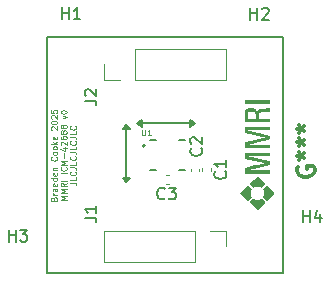
<source format=gbr>
%TF.GenerationSoftware,KiCad,Pcbnew,7.0.10*%
%TF.CreationDate,2025-02-05T15:49:07-05:00*%
%TF.ProjectId,pcb2,70636232-2e6b-4696-9361-645f70636258,rev?*%
%TF.SameCoordinates,Original*%
%TF.FileFunction,Legend,Top*%
%TF.FilePolarity,Positive*%
%FSLAX46Y46*%
G04 Gerber Fmt 4.6, Leading zero omitted, Abs format (unit mm)*
G04 Created by KiCad (PCBNEW 7.0.10) date 2025-02-05 15:49:07*
%MOMM*%
%LPD*%
G01*
G04 APERTURE LIST*
%ADD10C,0.150000*%
%ADD11C,0.125000*%
%ADD12C,0.300000*%
%ADD13C,0.120000*%
%ADD14C,0.127000*%
%ADD15C,0.200000*%
G04 APERTURE END LIST*
D10*
X157850000Y-101350000D02*
X157650000Y-100900000D01*
X156850000Y-105650000D02*
X156550000Y-106050000D01*
X156550000Y-101150000D02*
X156250000Y-101550000D01*
X161950000Y-100750000D02*
X162350000Y-101050000D01*
X162350000Y-101050000D02*
X161950000Y-100750000D01*
X156250000Y-101550000D02*
X156700000Y-101350000D01*
X156850000Y-101550000D02*
X156250000Y-101550000D01*
X156550000Y-103950000D02*
X156550000Y-101150000D01*
X156550000Y-103250000D02*
X156550000Y-106050000D01*
X160250000Y-101050000D02*
X157450000Y-101050000D01*
X149800000Y-93750000D02*
X169825000Y-93750000D01*
X169825000Y-113750000D01*
X149800000Y-113750000D01*
X149800000Y-93750000D01*
X156550000Y-106050000D02*
X156850000Y-105650000D01*
X161950000Y-101350000D02*
X161950000Y-100750000D01*
X157650000Y-101200000D02*
X157850000Y-100750000D01*
X159550000Y-101050000D02*
X162350000Y-101050000D01*
X161950000Y-100750000D02*
X162150000Y-101200000D01*
X162350000Y-101050000D02*
X161950000Y-101350000D01*
X156850000Y-105650000D02*
X156400000Y-105850000D01*
X157450000Y-101050000D02*
X157850000Y-101350000D01*
X156550000Y-106050000D02*
X156250000Y-105650000D01*
X156550000Y-101150000D02*
X156850000Y-101550000D01*
X157850000Y-100750000D02*
X157850000Y-101350000D01*
X156250000Y-105650000D02*
X156850000Y-105650000D01*
X156400000Y-101350000D02*
X156850000Y-101550000D01*
X156700000Y-105850000D02*
X156250000Y-105650000D01*
X156250000Y-101550000D02*
X156550000Y-101150000D01*
X162150000Y-100900000D02*
X161950000Y-101350000D01*
X157450000Y-101050000D02*
X157850000Y-100750000D01*
X157850000Y-101350000D02*
X157450000Y-101050000D01*
D11*
X150410404Y-107423569D02*
X150434214Y-107352141D01*
X150434214Y-107352141D02*
X150458023Y-107328331D01*
X150458023Y-107328331D02*
X150505642Y-107304522D01*
X150505642Y-107304522D02*
X150577071Y-107304522D01*
X150577071Y-107304522D02*
X150624690Y-107328331D01*
X150624690Y-107328331D02*
X150648500Y-107352141D01*
X150648500Y-107352141D02*
X150672309Y-107399760D01*
X150672309Y-107399760D02*
X150672309Y-107590236D01*
X150672309Y-107590236D02*
X150172309Y-107590236D01*
X150172309Y-107590236D02*
X150172309Y-107423569D01*
X150172309Y-107423569D02*
X150196119Y-107375950D01*
X150196119Y-107375950D02*
X150219928Y-107352141D01*
X150219928Y-107352141D02*
X150267547Y-107328331D01*
X150267547Y-107328331D02*
X150315166Y-107328331D01*
X150315166Y-107328331D02*
X150362785Y-107352141D01*
X150362785Y-107352141D02*
X150386595Y-107375950D01*
X150386595Y-107375950D02*
X150410404Y-107423569D01*
X150410404Y-107423569D02*
X150410404Y-107590236D01*
X150672309Y-107090236D02*
X150338976Y-107090236D01*
X150434214Y-107090236D02*
X150386595Y-107066426D01*
X150386595Y-107066426D02*
X150362785Y-107042617D01*
X150362785Y-107042617D02*
X150338976Y-106994998D01*
X150338976Y-106994998D02*
X150338976Y-106947379D01*
X150672309Y-106566426D02*
X150410404Y-106566426D01*
X150410404Y-106566426D02*
X150362785Y-106590236D01*
X150362785Y-106590236D02*
X150338976Y-106637855D01*
X150338976Y-106637855D02*
X150338976Y-106733093D01*
X150338976Y-106733093D02*
X150362785Y-106780712D01*
X150648500Y-106566426D02*
X150672309Y-106614045D01*
X150672309Y-106614045D02*
X150672309Y-106733093D01*
X150672309Y-106733093D02*
X150648500Y-106780712D01*
X150648500Y-106780712D02*
X150600880Y-106804521D01*
X150600880Y-106804521D02*
X150553261Y-106804521D01*
X150553261Y-106804521D02*
X150505642Y-106780712D01*
X150505642Y-106780712D02*
X150481833Y-106733093D01*
X150481833Y-106733093D02*
X150481833Y-106614045D01*
X150481833Y-106614045D02*
X150458023Y-106566426D01*
X150648500Y-106137855D02*
X150672309Y-106185474D01*
X150672309Y-106185474D02*
X150672309Y-106280712D01*
X150672309Y-106280712D02*
X150648500Y-106328331D01*
X150648500Y-106328331D02*
X150600880Y-106352140D01*
X150600880Y-106352140D02*
X150410404Y-106352140D01*
X150410404Y-106352140D02*
X150362785Y-106328331D01*
X150362785Y-106328331D02*
X150338976Y-106280712D01*
X150338976Y-106280712D02*
X150338976Y-106185474D01*
X150338976Y-106185474D02*
X150362785Y-106137855D01*
X150362785Y-106137855D02*
X150410404Y-106114045D01*
X150410404Y-106114045D02*
X150458023Y-106114045D01*
X150458023Y-106114045D02*
X150505642Y-106352140D01*
X150672309Y-105685474D02*
X150172309Y-105685474D01*
X150648500Y-105685474D02*
X150672309Y-105733093D01*
X150672309Y-105733093D02*
X150672309Y-105828331D01*
X150672309Y-105828331D02*
X150648500Y-105875950D01*
X150648500Y-105875950D02*
X150624690Y-105899760D01*
X150624690Y-105899760D02*
X150577071Y-105923569D01*
X150577071Y-105923569D02*
X150434214Y-105923569D01*
X150434214Y-105923569D02*
X150386595Y-105899760D01*
X150386595Y-105899760D02*
X150362785Y-105875950D01*
X150362785Y-105875950D02*
X150338976Y-105828331D01*
X150338976Y-105828331D02*
X150338976Y-105733093D01*
X150338976Y-105733093D02*
X150362785Y-105685474D01*
X150648500Y-105256903D02*
X150672309Y-105304522D01*
X150672309Y-105304522D02*
X150672309Y-105399760D01*
X150672309Y-105399760D02*
X150648500Y-105447379D01*
X150648500Y-105447379D02*
X150600880Y-105471188D01*
X150600880Y-105471188D02*
X150410404Y-105471188D01*
X150410404Y-105471188D02*
X150362785Y-105447379D01*
X150362785Y-105447379D02*
X150338976Y-105399760D01*
X150338976Y-105399760D02*
X150338976Y-105304522D01*
X150338976Y-105304522D02*
X150362785Y-105256903D01*
X150362785Y-105256903D02*
X150410404Y-105233093D01*
X150410404Y-105233093D02*
X150458023Y-105233093D01*
X150458023Y-105233093D02*
X150505642Y-105471188D01*
X150338976Y-105018808D02*
X150672309Y-105018808D01*
X150386595Y-105018808D02*
X150362785Y-104994998D01*
X150362785Y-104994998D02*
X150338976Y-104947379D01*
X150338976Y-104947379D02*
X150338976Y-104875951D01*
X150338976Y-104875951D02*
X150362785Y-104828332D01*
X150362785Y-104828332D02*
X150410404Y-104804522D01*
X150410404Y-104804522D02*
X150672309Y-104804522D01*
X150624690Y-103899761D02*
X150648500Y-103923570D01*
X150648500Y-103923570D02*
X150672309Y-103994999D01*
X150672309Y-103994999D02*
X150672309Y-104042618D01*
X150672309Y-104042618D02*
X150648500Y-104114046D01*
X150648500Y-104114046D02*
X150600880Y-104161665D01*
X150600880Y-104161665D02*
X150553261Y-104185475D01*
X150553261Y-104185475D02*
X150458023Y-104209284D01*
X150458023Y-104209284D02*
X150386595Y-104209284D01*
X150386595Y-104209284D02*
X150291357Y-104185475D01*
X150291357Y-104185475D02*
X150243738Y-104161665D01*
X150243738Y-104161665D02*
X150196119Y-104114046D01*
X150196119Y-104114046D02*
X150172309Y-104042618D01*
X150172309Y-104042618D02*
X150172309Y-103994999D01*
X150172309Y-103994999D02*
X150196119Y-103923570D01*
X150196119Y-103923570D02*
X150219928Y-103899761D01*
X150672309Y-103614046D02*
X150648500Y-103661665D01*
X150648500Y-103661665D02*
X150624690Y-103685475D01*
X150624690Y-103685475D02*
X150577071Y-103709284D01*
X150577071Y-103709284D02*
X150434214Y-103709284D01*
X150434214Y-103709284D02*
X150386595Y-103685475D01*
X150386595Y-103685475D02*
X150362785Y-103661665D01*
X150362785Y-103661665D02*
X150338976Y-103614046D01*
X150338976Y-103614046D02*
X150338976Y-103542618D01*
X150338976Y-103542618D02*
X150362785Y-103494999D01*
X150362785Y-103494999D02*
X150386595Y-103471189D01*
X150386595Y-103471189D02*
X150434214Y-103447380D01*
X150434214Y-103447380D02*
X150577071Y-103447380D01*
X150577071Y-103447380D02*
X150624690Y-103471189D01*
X150624690Y-103471189D02*
X150648500Y-103494999D01*
X150648500Y-103494999D02*
X150672309Y-103542618D01*
X150672309Y-103542618D02*
X150672309Y-103614046D01*
X150672309Y-103161665D02*
X150648500Y-103209284D01*
X150648500Y-103209284D02*
X150624690Y-103233094D01*
X150624690Y-103233094D02*
X150577071Y-103256903D01*
X150577071Y-103256903D02*
X150434214Y-103256903D01*
X150434214Y-103256903D02*
X150386595Y-103233094D01*
X150386595Y-103233094D02*
X150362785Y-103209284D01*
X150362785Y-103209284D02*
X150338976Y-103161665D01*
X150338976Y-103161665D02*
X150338976Y-103090237D01*
X150338976Y-103090237D02*
X150362785Y-103042618D01*
X150362785Y-103042618D02*
X150386595Y-103018808D01*
X150386595Y-103018808D02*
X150434214Y-102994999D01*
X150434214Y-102994999D02*
X150577071Y-102994999D01*
X150577071Y-102994999D02*
X150624690Y-103018808D01*
X150624690Y-103018808D02*
X150648500Y-103042618D01*
X150648500Y-103042618D02*
X150672309Y-103090237D01*
X150672309Y-103090237D02*
X150672309Y-103161665D01*
X150672309Y-102780713D02*
X150172309Y-102780713D01*
X150481833Y-102733094D02*
X150672309Y-102590237D01*
X150338976Y-102590237D02*
X150529452Y-102780713D01*
X150648500Y-102185475D02*
X150672309Y-102233094D01*
X150672309Y-102233094D02*
X150672309Y-102328332D01*
X150672309Y-102328332D02*
X150648500Y-102375951D01*
X150648500Y-102375951D02*
X150600880Y-102399760D01*
X150600880Y-102399760D02*
X150410404Y-102399760D01*
X150410404Y-102399760D02*
X150362785Y-102375951D01*
X150362785Y-102375951D02*
X150338976Y-102328332D01*
X150338976Y-102328332D02*
X150338976Y-102233094D01*
X150338976Y-102233094D02*
X150362785Y-102185475D01*
X150362785Y-102185475D02*
X150410404Y-102161665D01*
X150410404Y-102161665D02*
X150458023Y-102161665D01*
X150458023Y-102161665D02*
X150505642Y-102399760D01*
X150219928Y-101590237D02*
X150196119Y-101566428D01*
X150196119Y-101566428D02*
X150172309Y-101518809D01*
X150172309Y-101518809D02*
X150172309Y-101399761D01*
X150172309Y-101399761D02*
X150196119Y-101352142D01*
X150196119Y-101352142D02*
X150219928Y-101328333D01*
X150219928Y-101328333D02*
X150267547Y-101304523D01*
X150267547Y-101304523D02*
X150315166Y-101304523D01*
X150315166Y-101304523D02*
X150386595Y-101328333D01*
X150386595Y-101328333D02*
X150672309Y-101614047D01*
X150672309Y-101614047D02*
X150672309Y-101304523D01*
X150172309Y-100995000D02*
X150172309Y-100947381D01*
X150172309Y-100947381D02*
X150196119Y-100899762D01*
X150196119Y-100899762D02*
X150219928Y-100875952D01*
X150219928Y-100875952D02*
X150267547Y-100852143D01*
X150267547Y-100852143D02*
X150362785Y-100828333D01*
X150362785Y-100828333D02*
X150481833Y-100828333D01*
X150481833Y-100828333D02*
X150577071Y-100852143D01*
X150577071Y-100852143D02*
X150624690Y-100875952D01*
X150624690Y-100875952D02*
X150648500Y-100899762D01*
X150648500Y-100899762D02*
X150672309Y-100947381D01*
X150672309Y-100947381D02*
X150672309Y-100995000D01*
X150672309Y-100995000D02*
X150648500Y-101042619D01*
X150648500Y-101042619D02*
X150624690Y-101066428D01*
X150624690Y-101066428D02*
X150577071Y-101090238D01*
X150577071Y-101090238D02*
X150481833Y-101114047D01*
X150481833Y-101114047D02*
X150362785Y-101114047D01*
X150362785Y-101114047D02*
X150267547Y-101090238D01*
X150267547Y-101090238D02*
X150219928Y-101066428D01*
X150219928Y-101066428D02*
X150196119Y-101042619D01*
X150196119Y-101042619D02*
X150172309Y-100995000D01*
X150219928Y-100637857D02*
X150196119Y-100614048D01*
X150196119Y-100614048D02*
X150172309Y-100566429D01*
X150172309Y-100566429D02*
X150172309Y-100447381D01*
X150172309Y-100447381D02*
X150196119Y-100399762D01*
X150196119Y-100399762D02*
X150219928Y-100375953D01*
X150219928Y-100375953D02*
X150267547Y-100352143D01*
X150267547Y-100352143D02*
X150315166Y-100352143D01*
X150315166Y-100352143D02*
X150386595Y-100375953D01*
X150386595Y-100375953D02*
X150672309Y-100661667D01*
X150672309Y-100661667D02*
X150672309Y-100352143D01*
X150172309Y-99899763D02*
X150172309Y-100137858D01*
X150172309Y-100137858D02*
X150410404Y-100161667D01*
X150410404Y-100161667D02*
X150386595Y-100137858D01*
X150386595Y-100137858D02*
X150362785Y-100090239D01*
X150362785Y-100090239D02*
X150362785Y-99971191D01*
X150362785Y-99971191D02*
X150386595Y-99923572D01*
X150386595Y-99923572D02*
X150410404Y-99899763D01*
X150410404Y-99899763D02*
X150458023Y-99875953D01*
X150458023Y-99875953D02*
X150577071Y-99875953D01*
X150577071Y-99875953D02*
X150624690Y-99899763D01*
X150624690Y-99899763D02*
X150648500Y-99923572D01*
X150648500Y-99923572D02*
X150672309Y-99971191D01*
X150672309Y-99971191D02*
X150672309Y-100090239D01*
X150672309Y-100090239D02*
X150648500Y-100137858D01*
X150648500Y-100137858D02*
X150624690Y-100161667D01*
X151477309Y-107530712D02*
X150977309Y-107530712D01*
X150977309Y-107530712D02*
X151334452Y-107364045D01*
X151334452Y-107364045D02*
X150977309Y-107197379D01*
X150977309Y-107197379D02*
X151477309Y-107197379D01*
X151477309Y-106959283D02*
X150977309Y-106959283D01*
X150977309Y-106959283D02*
X151334452Y-106792616D01*
X151334452Y-106792616D02*
X150977309Y-106625950D01*
X150977309Y-106625950D02*
X151477309Y-106625950D01*
X151477309Y-106102140D02*
X151239214Y-106268806D01*
X151477309Y-106387854D02*
X150977309Y-106387854D01*
X150977309Y-106387854D02*
X150977309Y-106197378D01*
X150977309Y-106197378D02*
X151001119Y-106149759D01*
X151001119Y-106149759D02*
X151024928Y-106125949D01*
X151024928Y-106125949D02*
X151072547Y-106102140D01*
X151072547Y-106102140D02*
X151143976Y-106102140D01*
X151143976Y-106102140D02*
X151191595Y-106125949D01*
X151191595Y-106125949D02*
X151215404Y-106149759D01*
X151215404Y-106149759D02*
X151239214Y-106197378D01*
X151239214Y-106197378D02*
X151239214Y-106387854D01*
X151477309Y-105887854D02*
X150977309Y-105887854D01*
X151477309Y-105268807D02*
X150977309Y-105268807D01*
X151429690Y-104744998D02*
X151453500Y-104768807D01*
X151453500Y-104768807D02*
X151477309Y-104840236D01*
X151477309Y-104840236D02*
X151477309Y-104887855D01*
X151477309Y-104887855D02*
X151453500Y-104959283D01*
X151453500Y-104959283D02*
X151405880Y-105006902D01*
X151405880Y-105006902D02*
X151358261Y-105030712D01*
X151358261Y-105030712D02*
X151263023Y-105054521D01*
X151263023Y-105054521D02*
X151191595Y-105054521D01*
X151191595Y-105054521D02*
X151096357Y-105030712D01*
X151096357Y-105030712D02*
X151048738Y-105006902D01*
X151048738Y-105006902D02*
X151001119Y-104959283D01*
X151001119Y-104959283D02*
X150977309Y-104887855D01*
X150977309Y-104887855D02*
X150977309Y-104840236D01*
X150977309Y-104840236D02*
X151001119Y-104768807D01*
X151001119Y-104768807D02*
X151024928Y-104744998D01*
X151477309Y-104530712D02*
X150977309Y-104530712D01*
X150977309Y-104530712D02*
X151334452Y-104364045D01*
X151334452Y-104364045D02*
X150977309Y-104197379D01*
X150977309Y-104197379D02*
X151477309Y-104197379D01*
X151286833Y-103959283D02*
X151286833Y-103578331D01*
X151143976Y-103125949D02*
X151477309Y-103125949D01*
X150953500Y-103244997D02*
X151310642Y-103364044D01*
X151310642Y-103364044D02*
X151310642Y-103054521D01*
X151024928Y-102887854D02*
X151001119Y-102864045D01*
X151001119Y-102864045D02*
X150977309Y-102816426D01*
X150977309Y-102816426D02*
X150977309Y-102697378D01*
X150977309Y-102697378D02*
X151001119Y-102649759D01*
X151001119Y-102649759D02*
X151024928Y-102625950D01*
X151024928Y-102625950D02*
X151072547Y-102602140D01*
X151072547Y-102602140D02*
X151120166Y-102602140D01*
X151120166Y-102602140D02*
X151191595Y-102625950D01*
X151191595Y-102625950D02*
X151477309Y-102911664D01*
X151477309Y-102911664D02*
X151477309Y-102602140D01*
X150977309Y-102173569D02*
X150977309Y-102268807D01*
X150977309Y-102268807D02*
X151001119Y-102316426D01*
X151001119Y-102316426D02*
X151024928Y-102340236D01*
X151024928Y-102340236D02*
X151096357Y-102387855D01*
X151096357Y-102387855D02*
X151191595Y-102411664D01*
X151191595Y-102411664D02*
X151382071Y-102411664D01*
X151382071Y-102411664D02*
X151429690Y-102387855D01*
X151429690Y-102387855D02*
X151453500Y-102364045D01*
X151453500Y-102364045D02*
X151477309Y-102316426D01*
X151477309Y-102316426D02*
X151477309Y-102221188D01*
X151477309Y-102221188D02*
X151453500Y-102173569D01*
X151453500Y-102173569D02*
X151429690Y-102149760D01*
X151429690Y-102149760D02*
X151382071Y-102125950D01*
X151382071Y-102125950D02*
X151263023Y-102125950D01*
X151263023Y-102125950D02*
X151215404Y-102149760D01*
X151215404Y-102149760D02*
X151191595Y-102173569D01*
X151191595Y-102173569D02*
X151167785Y-102221188D01*
X151167785Y-102221188D02*
X151167785Y-102316426D01*
X151167785Y-102316426D02*
X151191595Y-102364045D01*
X151191595Y-102364045D02*
X151215404Y-102387855D01*
X151215404Y-102387855D02*
X151263023Y-102411664D01*
X151191595Y-101840236D02*
X151167785Y-101887855D01*
X151167785Y-101887855D02*
X151143976Y-101911665D01*
X151143976Y-101911665D02*
X151096357Y-101935474D01*
X151096357Y-101935474D02*
X151072547Y-101935474D01*
X151072547Y-101935474D02*
X151024928Y-101911665D01*
X151024928Y-101911665D02*
X151001119Y-101887855D01*
X151001119Y-101887855D02*
X150977309Y-101840236D01*
X150977309Y-101840236D02*
X150977309Y-101744998D01*
X150977309Y-101744998D02*
X151001119Y-101697379D01*
X151001119Y-101697379D02*
X151024928Y-101673570D01*
X151024928Y-101673570D02*
X151072547Y-101649760D01*
X151072547Y-101649760D02*
X151096357Y-101649760D01*
X151096357Y-101649760D02*
X151143976Y-101673570D01*
X151143976Y-101673570D02*
X151167785Y-101697379D01*
X151167785Y-101697379D02*
X151191595Y-101744998D01*
X151191595Y-101744998D02*
X151191595Y-101840236D01*
X151191595Y-101840236D02*
X151215404Y-101887855D01*
X151215404Y-101887855D02*
X151239214Y-101911665D01*
X151239214Y-101911665D02*
X151286833Y-101935474D01*
X151286833Y-101935474D02*
X151382071Y-101935474D01*
X151382071Y-101935474D02*
X151429690Y-101911665D01*
X151429690Y-101911665D02*
X151453500Y-101887855D01*
X151453500Y-101887855D02*
X151477309Y-101840236D01*
X151477309Y-101840236D02*
X151477309Y-101744998D01*
X151477309Y-101744998D02*
X151453500Y-101697379D01*
X151453500Y-101697379D02*
X151429690Y-101673570D01*
X151429690Y-101673570D02*
X151382071Y-101649760D01*
X151382071Y-101649760D02*
X151286833Y-101649760D01*
X151286833Y-101649760D02*
X151239214Y-101673570D01*
X151239214Y-101673570D02*
X151215404Y-101697379D01*
X151215404Y-101697379D02*
X151191595Y-101744998D01*
X151191595Y-101364046D02*
X151167785Y-101411665D01*
X151167785Y-101411665D02*
X151143976Y-101435475D01*
X151143976Y-101435475D02*
X151096357Y-101459284D01*
X151096357Y-101459284D02*
X151072547Y-101459284D01*
X151072547Y-101459284D02*
X151024928Y-101435475D01*
X151024928Y-101435475D02*
X151001119Y-101411665D01*
X151001119Y-101411665D02*
X150977309Y-101364046D01*
X150977309Y-101364046D02*
X150977309Y-101268808D01*
X150977309Y-101268808D02*
X151001119Y-101221189D01*
X151001119Y-101221189D02*
X151024928Y-101197380D01*
X151024928Y-101197380D02*
X151072547Y-101173570D01*
X151072547Y-101173570D02*
X151096357Y-101173570D01*
X151096357Y-101173570D02*
X151143976Y-101197380D01*
X151143976Y-101197380D02*
X151167785Y-101221189D01*
X151167785Y-101221189D02*
X151191595Y-101268808D01*
X151191595Y-101268808D02*
X151191595Y-101364046D01*
X151191595Y-101364046D02*
X151215404Y-101411665D01*
X151215404Y-101411665D02*
X151239214Y-101435475D01*
X151239214Y-101435475D02*
X151286833Y-101459284D01*
X151286833Y-101459284D02*
X151382071Y-101459284D01*
X151382071Y-101459284D02*
X151429690Y-101435475D01*
X151429690Y-101435475D02*
X151453500Y-101411665D01*
X151453500Y-101411665D02*
X151477309Y-101364046D01*
X151477309Y-101364046D02*
X151477309Y-101268808D01*
X151477309Y-101268808D02*
X151453500Y-101221189D01*
X151453500Y-101221189D02*
X151429690Y-101197380D01*
X151429690Y-101197380D02*
X151382071Y-101173570D01*
X151382071Y-101173570D02*
X151286833Y-101173570D01*
X151286833Y-101173570D02*
X151239214Y-101197380D01*
X151239214Y-101197380D02*
X151215404Y-101221189D01*
X151215404Y-101221189D02*
X151191595Y-101268808D01*
X151143976Y-100625952D02*
X151477309Y-100506904D01*
X151477309Y-100506904D02*
X151143976Y-100387857D01*
X150977309Y-100102143D02*
X150977309Y-100054524D01*
X150977309Y-100054524D02*
X151001119Y-100006905D01*
X151001119Y-100006905D02*
X151024928Y-99983095D01*
X151024928Y-99983095D02*
X151072547Y-99959286D01*
X151072547Y-99959286D02*
X151167785Y-99935476D01*
X151167785Y-99935476D02*
X151286833Y-99935476D01*
X151286833Y-99935476D02*
X151382071Y-99959286D01*
X151382071Y-99959286D02*
X151429690Y-99983095D01*
X151429690Y-99983095D02*
X151453500Y-100006905D01*
X151453500Y-100006905D02*
X151477309Y-100054524D01*
X151477309Y-100054524D02*
X151477309Y-100102143D01*
X151477309Y-100102143D02*
X151453500Y-100149762D01*
X151453500Y-100149762D02*
X151429690Y-100173571D01*
X151429690Y-100173571D02*
X151382071Y-100197381D01*
X151382071Y-100197381D02*
X151286833Y-100221190D01*
X151286833Y-100221190D02*
X151167785Y-100221190D01*
X151167785Y-100221190D02*
X151072547Y-100197381D01*
X151072547Y-100197381D02*
X151024928Y-100173571D01*
X151024928Y-100173571D02*
X151001119Y-100149762D01*
X151001119Y-100149762D02*
X150977309Y-100102143D01*
X151782309Y-106054523D02*
X152139452Y-106054523D01*
X152139452Y-106054523D02*
X152210880Y-106078332D01*
X152210880Y-106078332D02*
X152258500Y-106125951D01*
X152258500Y-106125951D02*
X152282309Y-106197380D01*
X152282309Y-106197380D02*
X152282309Y-106244999D01*
X152282309Y-105578333D02*
X152282309Y-105816428D01*
X152282309Y-105816428D02*
X151782309Y-105816428D01*
X152234690Y-105125952D02*
X152258500Y-105149761D01*
X152258500Y-105149761D02*
X152282309Y-105221190D01*
X152282309Y-105221190D02*
X152282309Y-105268809D01*
X152282309Y-105268809D02*
X152258500Y-105340237D01*
X152258500Y-105340237D02*
X152210880Y-105387856D01*
X152210880Y-105387856D02*
X152163261Y-105411666D01*
X152163261Y-105411666D02*
X152068023Y-105435475D01*
X152068023Y-105435475D02*
X151996595Y-105435475D01*
X151996595Y-105435475D02*
X151901357Y-105411666D01*
X151901357Y-105411666D02*
X151853738Y-105387856D01*
X151853738Y-105387856D02*
X151806119Y-105340237D01*
X151806119Y-105340237D02*
X151782309Y-105268809D01*
X151782309Y-105268809D02*
X151782309Y-105221190D01*
X151782309Y-105221190D02*
X151806119Y-105149761D01*
X151806119Y-105149761D02*
X151829928Y-105125952D01*
X151782309Y-104768809D02*
X152139452Y-104768809D01*
X152139452Y-104768809D02*
X152210880Y-104792618D01*
X152210880Y-104792618D02*
X152258500Y-104840237D01*
X152258500Y-104840237D02*
X152282309Y-104911666D01*
X152282309Y-104911666D02*
X152282309Y-104959285D01*
X152282309Y-104292619D02*
X152282309Y-104530714D01*
X152282309Y-104530714D02*
X151782309Y-104530714D01*
X152234690Y-103840238D02*
X152258500Y-103864047D01*
X152258500Y-103864047D02*
X152282309Y-103935476D01*
X152282309Y-103935476D02*
X152282309Y-103983095D01*
X152282309Y-103983095D02*
X152258500Y-104054523D01*
X152258500Y-104054523D02*
X152210880Y-104102142D01*
X152210880Y-104102142D02*
X152163261Y-104125952D01*
X152163261Y-104125952D02*
X152068023Y-104149761D01*
X152068023Y-104149761D02*
X151996595Y-104149761D01*
X151996595Y-104149761D02*
X151901357Y-104125952D01*
X151901357Y-104125952D02*
X151853738Y-104102142D01*
X151853738Y-104102142D02*
X151806119Y-104054523D01*
X151806119Y-104054523D02*
X151782309Y-103983095D01*
X151782309Y-103983095D02*
X151782309Y-103935476D01*
X151782309Y-103935476D02*
X151806119Y-103864047D01*
X151806119Y-103864047D02*
X151829928Y-103840238D01*
X151782309Y-103483095D02*
X152139452Y-103483095D01*
X152139452Y-103483095D02*
X152210880Y-103506904D01*
X152210880Y-103506904D02*
X152258500Y-103554523D01*
X152258500Y-103554523D02*
X152282309Y-103625952D01*
X152282309Y-103625952D02*
X152282309Y-103673571D01*
X152282309Y-103006905D02*
X152282309Y-103245000D01*
X152282309Y-103245000D02*
X151782309Y-103245000D01*
X152234690Y-102554524D02*
X152258500Y-102578333D01*
X152258500Y-102578333D02*
X152282309Y-102649762D01*
X152282309Y-102649762D02*
X152282309Y-102697381D01*
X152282309Y-102697381D02*
X152258500Y-102768809D01*
X152258500Y-102768809D02*
X152210880Y-102816428D01*
X152210880Y-102816428D02*
X152163261Y-102840238D01*
X152163261Y-102840238D02*
X152068023Y-102864047D01*
X152068023Y-102864047D02*
X151996595Y-102864047D01*
X151996595Y-102864047D02*
X151901357Y-102840238D01*
X151901357Y-102840238D02*
X151853738Y-102816428D01*
X151853738Y-102816428D02*
X151806119Y-102768809D01*
X151806119Y-102768809D02*
X151782309Y-102697381D01*
X151782309Y-102697381D02*
X151782309Y-102649762D01*
X151782309Y-102649762D02*
X151806119Y-102578333D01*
X151806119Y-102578333D02*
X151829928Y-102554524D01*
X151782309Y-102197381D02*
X152139452Y-102197381D01*
X152139452Y-102197381D02*
X152210880Y-102221190D01*
X152210880Y-102221190D02*
X152258500Y-102268809D01*
X152258500Y-102268809D02*
X152282309Y-102340238D01*
X152282309Y-102340238D02*
X152282309Y-102387857D01*
X152282309Y-101721191D02*
X152282309Y-101959286D01*
X152282309Y-101959286D02*
X151782309Y-101959286D01*
X152234690Y-101268810D02*
X152258500Y-101292619D01*
X152258500Y-101292619D02*
X152282309Y-101364048D01*
X152282309Y-101364048D02*
X152282309Y-101411667D01*
X152282309Y-101411667D02*
X152258500Y-101483095D01*
X152258500Y-101483095D02*
X152210880Y-101530714D01*
X152210880Y-101530714D02*
X152163261Y-101554524D01*
X152163261Y-101554524D02*
X152068023Y-101578333D01*
X152068023Y-101578333D02*
X151996595Y-101578333D01*
X151996595Y-101578333D02*
X151901357Y-101554524D01*
X151901357Y-101554524D02*
X151853738Y-101530714D01*
X151853738Y-101530714D02*
X151806119Y-101483095D01*
X151806119Y-101483095D02*
X151782309Y-101411667D01*
X151782309Y-101411667D02*
X151782309Y-101364048D01*
X151782309Y-101364048D02*
X151806119Y-101292619D01*
X151806119Y-101292619D02*
X151829928Y-101268810D01*
D12*
X171049757Y-104718861D02*
X170978328Y-104861719D01*
X170978328Y-104861719D02*
X170978328Y-105076004D01*
X170978328Y-105076004D02*
X171049757Y-105290290D01*
X171049757Y-105290290D02*
X171192614Y-105433147D01*
X171192614Y-105433147D02*
X171335471Y-105504576D01*
X171335471Y-105504576D02*
X171621185Y-105576004D01*
X171621185Y-105576004D02*
X171835471Y-105576004D01*
X171835471Y-105576004D02*
X172121185Y-105504576D01*
X172121185Y-105504576D02*
X172264042Y-105433147D01*
X172264042Y-105433147D02*
X172406900Y-105290290D01*
X172406900Y-105290290D02*
X172478328Y-105076004D01*
X172478328Y-105076004D02*
X172478328Y-104933147D01*
X172478328Y-104933147D02*
X172406900Y-104718861D01*
X172406900Y-104718861D02*
X172335471Y-104647433D01*
X172335471Y-104647433D02*
X171835471Y-104647433D01*
X171835471Y-104647433D02*
X171835471Y-104933147D01*
X170978328Y-103790290D02*
X171335471Y-103790290D01*
X171192614Y-104147433D02*
X171335471Y-103790290D01*
X171335471Y-103790290D02*
X171192614Y-103433147D01*
X171621185Y-104004576D02*
X171335471Y-103790290D01*
X171335471Y-103790290D02*
X171621185Y-103576004D01*
X170978328Y-102647433D02*
X171335471Y-102647433D01*
X171192614Y-103004576D02*
X171335471Y-102647433D01*
X171335471Y-102647433D02*
X171192614Y-102290290D01*
X171621185Y-102861719D02*
X171335471Y-102647433D01*
X171335471Y-102647433D02*
X171621185Y-102433147D01*
X170978328Y-101504576D02*
X171335471Y-101504576D01*
X171192614Y-101861719D02*
X171335471Y-101504576D01*
X171335471Y-101504576D02*
X171192614Y-101147433D01*
X171621185Y-101718862D02*
X171335471Y-101504576D01*
X171335471Y-101504576D02*
X171621185Y-101290290D01*
D10*
X171488095Y-109404819D02*
X171488095Y-108404819D01*
X171488095Y-108881009D02*
X172059523Y-108881009D01*
X172059523Y-109404819D02*
X172059523Y-108404819D01*
X172964285Y-108738152D02*
X172964285Y-109404819D01*
X172726190Y-108357200D02*
X172488095Y-109071485D01*
X172488095Y-109071485D02*
X173107142Y-109071485D01*
X159783333Y-107389580D02*
X159735714Y-107437200D01*
X159735714Y-107437200D02*
X159592857Y-107484819D01*
X159592857Y-107484819D02*
X159497619Y-107484819D01*
X159497619Y-107484819D02*
X159354762Y-107437200D01*
X159354762Y-107437200D02*
X159259524Y-107341961D01*
X159259524Y-107341961D02*
X159211905Y-107246723D01*
X159211905Y-107246723D02*
X159164286Y-107056247D01*
X159164286Y-107056247D02*
X159164286Y-106913390D01*
X159164286Y-106913390D02*
X159211905Y-106722914D01*
X159211905Y-106722914D02*
X159259524Y-106627676D01*
X159259524Y-106627676D02*
X159354762Y-106532438D01*
X159354762Y-106532438D02*
X159497619Y-106484819D01*
X159497619Y-106484819D02*
X159592857Y-106484819D01*
X159592857Y-106484819D02*
X159735714Y-106532438D01*
X159735714Y-106532438D02*
X159783333Y-106580057D01*
X160116667Y-106484819D02*
X160735714Y-106484819D01*
X160735714Y-106484819D02*
X160402381Y-106865771D01*
X160402381Y-106865771D02*
X160545238Y-106865771D01*
X160545238Y-106865771D02*
X160640476Y-106913390D01*
X160640476Y-106913390D02*
X160688095Y-106961009D01*
X160688095Y-106961009D02*
X160735714Y-107056247D01*
X160735714Y-107056247D02*
X160735714Y-107294342D01*
X160735714Y-107294342D02*
X160688095Y-107389580D01*
X160688095Y-107389580D02*
X160640476Y-107437200D01*
X160640476Y-107437200D02*
X160545238Y-107484819D01*
X160545238Y-107484819D02*
X160259524Y-107484819D01*
X160259524Y-107484819D02*
X160164286Y-107437200D01*
X160164286Y-107437200D02*
X160116667Y-107389580D01*
X146588095Y-111054819D02*
X146588095Y-110054819D01*
X146588095Y-110531009D02*
X147159523Y-110531009D01*
X147159523Y-111054819D02*
X147159523Y-110054819D01*
X147540476Y-110054819D02*
X148159523Y-110054819D01*
X148159523Y-110054819D02*
X147826190Y-110435771D01*
X147826190Y-110435771D02*
X147969047Y-110435771D01*
X147969047Y-110435771D02*
X148064285Y-110483390D01*
X148064285Y-110483390D02*
X148111904Y-110531009D01*
X148111904Y-110531009D02*
X148159523Y-110626247D01*
X148159523Y-110626247D02*
X148159523Y-110864342D01*
X148159523Y-110864342D02*
X148111904Y-110959580D01*
X148111904Y-110959580D02*
X148064285Y-111007200D01*
X148064285Y-111007200D02*
X147969047Y-111054819D01*
X147969047Y-111054819D02*
X147683333Y-111054819D01*
X147683333Y-111054819D02*
X147588095Y-111007200D01*
X147588095Y-111007200D02*
X147540476Y-110959580D01*
X167048095Y-92254819D02*
X167048095Y-91254819D01*
X167048095Y-91731009D02*
X167619523Y-91731009D01*
X167619523Y-92254819D02*
X167619523Y-91254819D01*
X168048095Y-91350057D02*
X168095714Y-91302438D01*
X168095714Y-91302438D02*
X168190952Y-91254819D01*
X168190952Y-91254819D02*
X168429047Y-91254819D01*
X168429047Y-91254819D02*
X168524285Y-91302438D01*
X168524285Y-91302438D02*
X168571904Y-91350057D01*
X168571904Y-91350057D02*
X168619523Y-91445295D01*
X168619523Y-91445295D02*
X168619523Y-91540533D01*
X168619523Y-91540533D02*
X168571904Y-91683390D01*
X168571904Y-91683390D02*
X168000476Y-92254819D01*
X168000476Y-92254819D02*
X168619523Y-92254819D01*
X162859580Y-103166666D02*
X162907200Y-103214285D01*
X162907200Y-103214285D02*
X162954819Y-103357142D01*
X162954819Y-103357142D02*
X162954819Y-103452380D01*
X162954819Y-103452380D02*
X162907200Y-103595237D01*
X162907200Y-103595237D02*
X162811961Y-103690475D01*
X162811961Y-103690475D02*
X162716723Y-103738094D01*
X162716723Y-103738094D02*
X162526247Y-103785713D01*
X162526247Y-103785713D02*
X162383390Y-103785713D01*
X162383390Y-103785713D02*
X162192914Y-103738094D01*
X162192914Y-103738094D02*
X162097676Y-103690475D01*
X162097676Y-103690475D02*
X162002438Y-103595237D01*
X162002438Y-103595237D02*
X161954819Y-103452380D01*
X161954819Y-103452380D02*
X161954819Y-103357142D01*
X161954819Y-103357142D02*
X162002438Y-103214285D01*
X162002438Y-103214285D02*
X162050057Y-103166666D01*
X162050057Y-102785713D02*
X162002438Y-102738094D01*
X162002438Y-102738094D02*
X161954819Y-102642856D01*
X161954819Y-102642856D02*
X161954819Y-102404761D01*
X161954819Y-102404761D02*
X162002438Y-102309523D01*
X162002438Y-102309523D02*
X162050057Y-102261904D01*
X162050057Y-102261904D02*
X162145295Y-102214285D01*
X162145295Y-102214285D02*
X162240533Y-102214285D01*
X162240533Y-102214285D02*
X162383390Y-102261904D01*
X162383390Y-102261904D02*
X162954819Y-102833332D01*
X162954819Y-102833332D02*
X162954819Y-102214285D01*
X153004819Y-99133333D02*
X153719104Y-99133333D01*
X153719104Y-99133333D02*
X153861961Y-99180952D01*
X153861961Y-99180952D02*
X153957200Y-99276190D01*
X153957200Y-99276190D02*
X154004819Y-99419047D01*
X154004819Y-99419047D02*
X154004819Y-99514285D01*
X153100057Y-98704761D02*
X153052438Y-98657142D01*
X153052438Y-98657142D02*
X153004819Y-98561904D01*
X153004819Y-98561904D02*
X153004819Y-98323809D01*
X153004819Y-98323809D02*
X153052438Y-98228571D01*
X153052438Y-98228571D02*
X153100057Y-98180952D01*
X153100057Y-98180952D02*
X153195295Y-98133333D01*
X153195295Y-98133333D02*
X153290533Y-98133333D01*
X153290533Y-98133333D02*
X153433390Y-98180952D01*
X153433390Y-98180952D02*
X154004819Y-98752380D01*
X154004819Y-98752380D02*
X154004819Y-98133333D01*
X153004819Y-109033333D02*
X153719104Y-109033333D01*
X153719104Y-109033333D02*
X153861961Y-109080952D01*
X153861961Y-109080952D02*
X153957200Y-109176190D01*
X153957200Y-109176190D02*
X154004819Y-109319047D01*
X154004819Y-109319047D02*
X154004819Y-109414285D01*
X154004819Y-108033333D02*
X154004819Y-108604761D01*
X154004819Y-108319047D02*
X153004819Y-108319047D01*
X153004819Y-108319047D02*
X153147676Y-108414285D01*
X153147676Y-108414285D02*
X153242914Y-108509523D01*
X153242914Y-108509523D02*
X153290533Y-108604761D01*
X151078095Y-92224819D02*
X151078095Y-91224819D01*
X151078095Y-91701009D02*
X151649523Y-91701009D01*
X151649523Y-92224819D02*
X151649523Y-91224819D01*
X152649523Y-92224819D02*
X152078095Y-92224819D01*
X152363809Y-92224819D02*
X152363809Y-91224819D01*
X152363809Y-91224819D02*
X152268571Y-91367676D01*
X152268571Y-91367676D02*
X152173333Y-91462914D01*
X152173333Y-91462914D02*
X152078095Y-91510533D01*
X164909580Y-105116666D02*
X164957200Y-105164285D01*
X164957200Y-105164285D02*
X165004819Y-105307142D01*
X165004819Y-105307142D02*
X165004819Y-105402380D01*
X165004819Y-105402380D02*
X164957200Y-105545237D01*
X164957200Y-105545237D02*
X164861961Y-105640475D01*
X164861961Y-105640475D02*
X164766723Y-105688094D01*
X164766723Y-105688094D02*
X164576247Y-105735713D01*
X164576247Y-105735713D02*
X164433390Y-105735713D01*
X164433390Y-105735713D02*
X164242914Y-105688094D01*
X164242914Y-105688094D02*
X164147676Y-105640475D01*
X164147676Y-105640475D02*
X164052438Y-105545237D01*
X164052438Y-105545237D02*
X164004819Y-105402380D01*
X164004819Y-105402380D02*
X164004819Y-105307142D01*
X164004819Y-105307142D02*
X164052438Y-105164285D01*
X164052438Y-105164285D02*
X164100057Y-105116666D01*
X165004819Y-104164285D02*
X165004819Y-104735713D01*
X165004819Y-104449999D02*
X164004819Y-104449999D01*
X164004819Y-104449999D02*
X164147676Y-104545237D01*
X164147676Y-104545237D02*
X164242914Y-104640475D01*
X164242914Y-104640475D02*
X164290533Y-104735713D01*
D13*
X157884285Y-101585817D02*
X157884285Y-101974388D01*
X157884285Y-101974388D02*
X157907142Y-102020102D01*
X157907142Y-102020102D02*
X157930000Y-102042960D01*
X157930000Y-102042960D02*
X157975714Y-102065817D01*
X157975714Y-102065817D02*
X158067142Y-102065817D01*
X158067142Y-102065817D02*
X158112857Y-102042960D01*
X158112857Y-102042960D02*
X158135714Y-102020102D01*
X158135714Y-102020102D02*
X158158571Y-101974388D01*
X158158571Y-101974388D02*
X158158571Y-101585817D01*
X158638571Y-102065817D02*
X158364285Y-102065817D01*
X158501428Y-102065817D02*
X158501428Y-101585817D01*
X158501428Y-101585817D02*
X158455714Y-101654388D01*
X158455714Y-101654388D02*
X158409999Y-101700102D01*
X158409999Y-101700102D02*
X158364285Y-101722960D01*
%TO.C,G\u002A\u002A\u002A*%
G36*
X168767767Y-106619011D02*
G01*
X168793525Y-106644771D01*
X168818776Y-106670028D01*
X168843448Y-106694709D01*
X168867472Y-106718746D01*
X168890775Y-106742065D01*
X168913287Y-106764598D01*
X168934939Y-106786272D01*
X168955658Y-106807017D01*
X168975374Y-106826762D01*
X168994016Y-106845436D01*
X169011515Y-106862969D01*
X169027798Y-106879288D01*
X169042795Y-106894325D01*
X169056436Y-106908007D01*
X169068650Y-106920263D01*
X169079365Y-106931024D01*
X169088512Y-106940218D01*
X169096020Y-106947773D01*
X169101817Y-106953620D01*
X169105834Y-106957688D01*
X169107999Y-106959905D01*
X169108380Y-106960319D01*
X169107408Y-106961343D01*
X169104541Y-106964262D01*
X169099849Y-106969005D01*
X169093402Y-106975501D01*
X169085271Y-106983679D01*
X169075528Y-106993469D01*
X169064242Y-107004798D01*
X169051485Y-107017598D01*
X169037327Y-107031796D01*
X169021840Y-107047322D01*
X169005093Y-107064105D01*
X168987157Y-107082073D01*
X168968104Y-107101157D01*
X168948003Y-107121286D01*
X168926926Y-107142387D01*
X168904944Y-107164391D01*
X168882127Y-107187227D01*
X168858545Y-107210824D01*
X168834270Y-107235111D01*
X168809373Y-107260016D01*
X168783923Y-107285470D01*
X168767767Y-107301627D01*
X168427153Y-107642238D01*
X168262307Y-107477392D01*
X168097461Y-107312546D01*
X168107745Y-107298745D01*
X168129951Y-107266641D01*
X168149778Y-107233190D01*
X168167192Y-107198538D01*
X168182160Y-107162832D01*
X168194648Y-107126217D01*
X168204623Y-107088840D01*
X168212051Y-107050848D01*
X168216899Y-107012385D01*
X168219133Y-106973599D01*
X168218720Y-106934636D01*
X168215626Y-106895642D01*
X168209818Y-106856763D01*
X168209498Y-106855053D01*
X168201199Y-106818086D01*
X168190345Y-106781515D01*
X168177067Y-106745635D01*
X168161495Y-106710742D01*
X168143760Y-106677132D01*
X168123992Y-106645099D01*
X168105584Y-106619197D01*
X168097292Y-106608261D01*
X168262223Y-106443330D01*
X168427153Y-106278400D01*
X168767767Y-106619011D01*
G37*
G36*
X168745523Y-103674446D02*
G01*
X168745523Y-103815557D01*
X167791574Y-103815557D01*
X167740185Y-103815558D01*
X167689486Y-103815562D01*
X167639550Y-103815567D01*
X167590446Y-103815575D01*
X167542247Y-103815585D01*
X167495022Y-103815596D01*
X167448844Y-103815610D01*
X167403782Y-103815626D01*
X167359908Y-103815643D01*
X167317293Y-103815662D01*
X167276008Y-103815683D01*
X167236124Y-103815706D01*
X167197711Y-103815730D01*
X167160842Y-103815756D01*
X167125586Y-103815783D01*
X167092015Y-103815812D01*
X167060199Y-103815841D01*
X167030211Y-103815873D01*
X167002119Y-103815905D01*
X166975997Y-103815939D01*
X166951914Y-103815974D01*
X166929942Y-103816010D01*
X166910151Y-103816047D01*
X166892613Y-103816084D01*
X166877399Y-103816123D01*
X166864579Y-103816163D01*
X166854224Y-103816203D01*
X166846406Y-103816244D01*
X166841196Y-103816286D01*
X166838664Y-103816328D01*
X166838416Y-103816347D01*
X166839800Y-103816706D01*
X166843822Y-103817686D01*
X166850414Y-103819273D01*
X166859507Y-103821449D01*
X166871032Y-103824199D01*
X166884922Y-103827506D01*
X166901109Y-103831355D01*
X166919523Y-103835728D01*
X166940097Y-103840610D01*
X166962762Y-103845985D01*
X166987450Y-103851837D01*
X167014092Y-103858148D01*
X167042621Y-103864904D01*
X167072967Y-103872088D01*
X167105062Y-103879684D01*
X167138839Y-103887676D01*
X167174229Y-103896046D01*
X167211163Y-103904781D01*
X167249573Y-103913862D01*
X167289390Y-103923274D01*
X167330547Y-103933001D01*
X167372976Y-103943027D01*
X167416606Y-103953335D01*
X167461371Y-103963910D01*
X167507203Y-103974735D01*
X167554031Y-103985793D01*
X167601789Y-103997070D01*
X167650408Y-104008548D01*
X167699820Y-104020211D01*
X167749956Y-104032044D01*
X167792017Y-104041969D01*
X168744828Y-104266802D01*
X168745181Y-104415063D01*
X168745236Y-104438609D01*
X168745279Y-104459530D01*
X168745308Y-104477981D01*
X168745321Y-104494118D01*
X168745316Y-104508096D01*
X168745291Y-104520071D01*
X168745243Y-104530199D01*
X168745171Y-104538633D01*
X168745072Y-104545531D01*
X168744944Y-104551048D01*
X168744785Y-104555338D01*
X168744593Y-104558558D01*
X168744365Y-104560862D01*
X168744099Y-104562407D01*
X168743794Y-104563348D01*
X168743446Y-104563840D01*
X168743096Y-104564027D01*
X168741624Y-104564381D01*
X168737513Y-104565357D01*
X168730834Y-104566939D01*
X168721655Y-104569111D01*
X168710043Y-104571857D01*
X168696068Y-104575159D01*
X168679798Y-104579003D01*
X168661302Y-104583372D01*
X168640648Y-104588250D01*
X168617905Y-104593620D01*
X168593142Y-104599467D01*
X168566427Y-104605774D01*
X168537828Y-104612525D01*
X168507415Y-104619703D01*
X168475255Y-104627294D01*
X168441418Y-104635280D01*
X168405972Y-104643645D01*
X168368985Y-104652374D01*
X168330527Y-104661449D01*
X168290665Y-104670856D01*
X168249468Y-104680576D01*
X168207006Y-104690595D01*
X168163345Y-104700897D01*
X168118556Y-104711464D01*
X168072706Y-104722281D01*
X168025865Y-104733332D01*
X167978100Y-104744601D01*
X167929481Y-104756070D01*
X167880075Y-104767725D01*
X167829952Y-104779548D01*
X167789897Y-104788997D01*
X166839137Y-105013264D01*
X167792330Y-105013612D01*
X168745523Y-105013961D01*
X168745523Y-105155071D01*
X168745523Y-105296181D01*
X167650000Y-105296181D01*
X166554477Y-105296181D01*
X166554477Y-105050393D01*
X166554477Y-104804604D01*
X167423736Y-104610839D01*
X167472203Y-104600034D01*
X167519998Y-104589378D01*
X167567049Y-104578885D01*
X167613284Y-104568573D01*
X167658631Y-104558456D01*
X167703019Y-104548553D01*
X167746375Y-104538877D01*
X167788627Y-104529446D01*
X167829705Y-104520276D01*
X167869535Y-104511382D01*
X167908046Y-104502781D01*
X167945165Y-104494488D01*
X167980822Y-104486520D01*
X168014945Y-104478894D01*
X168047460Y-104471624D01*
X168078297Y-104464727D01*
X168107384Y-104458220D01*
X168134648Y-104452117D01*
X168160018Y-104446436D01*
X168183422Y-104441192D01*
X168204788Y-104436402D01*
X168224044Y-104432081D01*
X168241118Y-104428246D01*
X168255939Y-104424912D01*
X168268434Y-104422096D01*
X168278531Y-104419814D01*
X168286160Y-104418081D01*
X168291247Y-104416915D01*
X168293721Y-104416331D01*
X168293963Y-104416263D01*
X168292672Y-104415917D01*
X168288740Y-104414980D01*
X168282237Y-104413469D01*
X168273236Y-104411399D01*
X168261808Y-104408787D01*
X168248024Y-104405648D01*
X168231957Y-104402000D01*
X168213678Y-104397857D01*
X168193258Y-104393237D01*
X168170769Y-104388155D01*
X168146284Y-104382627D01*
X168119872Y-104376670D01*
X168091607Y-104370300D01*
X168061559Y-104363532D01*
X168029801Y-104356383D01*
X167996404Y-104348870D01*
X167961439Y-104341007D01*
X167924978Y-104332812D01*
X167887094Y-104324300D01*
X167847857Y-104315487D01*
X167807338Y-104306390D01*
X167765611Y-104297025D01*
X167722746Y-104287408D01*
X167678815Y-104277555D01*
X167633889Y-104267481D01*
X167588041Y-104257204D01*
X167541342Y-104246740D01*
X167493863Y-104236104D01*
X167445676Y-104225312D01*
X167425052Y-104220694D01*
X166555172Y-104025935D01*
X166554821Y-103779635D01*
X166554470Y-103533335D01*
X167649996Y-103533335D01*
X168745523Y-103533335D01*
X168745523Y-103674446D01*
G37*
G36*
X168745523Y-101502864D02*
G01*
X168745523Y-101643975D01*
X167791574Y-101643975D01*
X167740185Y-101643976D01*
X167689486Y-101643980D01*
X167639550Y-101643985D01*
X167590446Y-101643993D01*
X167542247Y-101644003D01*
X167495022Y-101644015D01*
X167448844Y-101644028D01*
X167403782Y-101644044D01*
X167359908Y-101644061D01*
X167317293Y-101644080D01*
X167276008Y-101644101D01*
X167236124Y-101644124D01*
X167197711Y-101644148D01*
X167160842Y-101644174D01*
X167125586Y-101644201D01*
X167092015Y-101644230D01*
X167060199Y-101644260D01*
X167030211Y-101644291D01*
X167002119Y-101644323D01*
X166975997Y-101644357D01*
X166951914Y-101644392D01*
X166929942Y-101644428D01*
X166910151Y-101644465D01*
X166892613Y-101644503D01*
X166877399Y-101644541D01*
X166864579Y-101644581D01*
X166854224Y-101644621D01*
X166846406Y-101644662D01*
X166841196Y-101644704D01*
X166838664Y-101644746D01*
X166838416Y-101644765D01*
X166839800Y-101645124D01*
X166843822Y-101646105D01*
X166850414Y-101647691D01*
X166859507Y-101649867D01*
X166871032Y-101652617D01*
X166884922Y-101655924D01*
X166901109Y-101659773D01*
X166919523Y-101664146D01*
X166940097Y-101669029D01*
X166962762Y-101674403D01*
X166987450Y-101680255D01*
X167014092Y-101686567D01*
X167042621Y-101693323D01*
X167072967Y-101700507D01*
X167105062Y-101708102D01*
X167138839Y-101716094D01*
X167174229Y-101724465D01*
X167211163Y-101733199D01*
X167249573Y-101742280D01*
X167289390Y-101751693D01*
X167330547Y-101761420D01*
X167372976Y-101771445D01*
X167416606Y-101781754D01*
X167461371Y-101792328D01*
X167507203Y-101803153D01*
X167554031Y-101814211D01*
X167601789Y-101825488D01*
X167650408Y-101836966D01*
X167699820Y-101848629D01*
X167749956Y-101860462D01*
X167792017Y-101870387D01*
X168744828Y-102095220D01*
X168745181Y-102243481D01*
X168745236Y-102267027D01*
X168745279Y-102287948D01*
X168745308Y-102306399D01*
X168745321Y-102322536D01*
X168745316Y-102336514D01*
X168745291Y-102348489D01*
X168745243Y-102358617D01*
X168745171Y-102367052D01*
X168745072Y-102373949D01*
X168744944Y-102379466D01*
X168744785Y-102383756D01*
X168744593Y-102386976D01*
X168744365Y-102389281D01*
X168744099Y-102390825D01*
X168743794Y-102391766D01*
X168743446Y-102392258D01*
X168743096Y-102392445D01*
X168741624Y-102392799D01*
X168737513Y-102393775D01*
X168730834Y-102395358D01*
X168721655Y-102397529D01*
X168710043Y-102400275D01*
X168696068Y-102403577D01*
X168679798Y-102407421D01*
X168661302Y-102411790D01*
X168640648Y-102416668D01*
X168617905Y-102422038D01*
X168593142Y-102427885D01*
X168566427Y-102434192D01*
X168537828Y-102440943D01*
X168507415Y-102448122D01*
X168475255Y-102455712D01*
X168441418Y-102463698D01*
X168405972Y-102472064D01*
X168368985Y-102480792D01*
X168330527Y-102489868D01*
X168290665Y-102499274D01*
X168249468Y-102508994D01*
X168207006Y-102519014D01*
X168163345Y-102529315D01*
X168118556Y-102539882D01*
X168072706Y-102550700D01*
X168025865Y-102561750D01*
X167978100Y-102573019D01*
X167929481Y-102584488D01*
X167880075Y-102596143D01*
X167829952Y-102607967D01*
X167789897Y-102617415D01*
X166839137Y-102841682D01*
X167792330Y-102842030D01*
X168745523Y-102842379D01*
X168745523Y-102983489D01*
X168745523Y-103124599D01*
X167650000Y-103124599D01*
X166554477Y-103124599D01*
X166554477Y-102878811D01*
X166554477Y-102633023D01*
X167423736Y-102439257D01*
X167472203Y-102428452D01*
X167519998Y-102417796D01*
X167567049Y-102407303D01*
X167613284Y-102396991D01*
X167658631Y-102386875D01*
X167703019Y-102376971D01*
X167746375Y-102367295D01*
X167788627Y-102357864D01*
X167829705Y-102348694D01*
X167869535Y-102339800D01*
X167908046Y-102331199D01*
X167945165Y-102322906D01*
X167980822Y-102314939D01*
X168014945Y-102307312D01*
X168047460Y-102300042D01*
X168078297Y-102293145D01*
X168107384Y-102286638D01*
X168134648Y-102280535D01*
X168160018Y-102274854D01*
X168183422Y-102269610D01*
X168204788Y-102264820D01*
X168224044Y-102260499D01*
X168241118Y-102256664D01*
X168255939Y-102253330D01*
X168268434Y-102250514D01*
X168278531Y-102248232D01*
X168286160Y-102246500D01*
X168291247Y-102245333D01*
X168293721Y-102244749D01*
X168293963Y-102244681D01*
X168292672Y-102244335D01*
X168288740Y-102243398D01*
X168282237Y-102241887D01*
X168273236Y-102239817D01*
X168261808Y-102237205D01*
X168248024Y-102234067D01*
X168231957Y-102230418D01*
X168213678Y-102226276D01*
X168193258Y-102221655D01*
X168170769Y-102216573D01*
X168146284Y-102211046D01*
X168119872Y-102205089D01*
X168091607Y-102198718D01*
X168061559Y-102191950D01*
X168029801Y-102184802D01*
X167996404Y-102177288D01*
X167961439Y-102169425D01*
X167924978Y-102161230D01*
X167887094Y-102152718D01*
X167847857Y-102143905D01*
X167807338Y-102134808D01*
X167765611Y-102125443D01*
X167722746Y-102115826D01*
X167678815Y-102105973D01*
X167633889Y-102095900D01*
X167588041Y-102085623D01*
X167541342Y-102075158D01*
X167493863Y-102064522D01*
X167445676Y-102053730D01*
X167425052Y-102049112D01*
X166555172Y-101854354D01*
X166554821Y-101608053D01*
X166554470Y-101361753D01*
X167649996Y-101361753D01*
X168745523Y-101361753D01*
X168745523Y-101502864D01*
G37*
G36*
X168745181Y-99875330D02*
G01*
X168745225Y-99895940D01*
X168745260Y-99915762D01*
X168745289Y-99934619D01*
X168745309Y-99952336D01*
X168745322Y-99968737D01*
X168745327Y-99983646D01*
X168745324Y-99996887D01*
X168745314Y-100008284D01*
X168745296Y-100017660D01*
X168745270Y-100024840D01*
X168745237Y-100029649D01*
X168745196Y-100031909D01*
X168745181Y-100032065D01*
X168743710Y-100032481D01*
X168739799Y-100033389D01*
X168733734Y-100034731D01*
X168725802Y-100036448D01*
X168716287Y-100038479D01*
X168705476Y-100040767D01*
X168693654Y-100043251D01*
X168681107Y-100045872D01*
X168668121Y-100048572D01*
X168654982Y-100051290D01*
X168641975Y-100053968D01*
X168629386Y-100056547D01*
X168617500Y-100058966D01*
X168606604Y-100061167D01*
X168596984Y-100063091D01*
X168588924Y-100064678D01*
X168582711Y-100065869D01*
X168578639Y-100066604D01*
X168561286Y-100069249D01*
X168541781Y-100071752D01*
X168520751Y-100074038D01*
X168502171Y-100075753D01*
X168498172Y-100076049D01*
X168491556Y-100076483D01*
X168482484Y-100077046D01*
X168471117Y-100077730D01*
X168457614Y-100078524D01*
X168442136Y-100079421D01*
X168424844Y-100080411D01*
X168405897Y-100081486D01*
X168385456Y-100082635D01*
X168363681Y-100083852D01*
X168340733Y-100085125D01*
X168316771Y-100086447D01*
X168291957Y-100087809D01*
X168266450Y-100089201D01*
X168240411Y-100090614D01*
X168214000Y-100092041D01*
X168187377Y-100093471D01*
X168160703Y-100094895D01*
X168141456Y-100095918D01*
X168118709Y-100097143D01*
X168098496Y-100098281D01*
X168080571Y-100099360D01*
X168064690Y-100100406D01*
X168050607Y-100101447D01*
X168038077Y-100102510D01*
X168026856Y-100103623D01*
X168016698Y-100104813D01*
X168007360Y-100106106D01*
X167998594Y-100107531D01*
X167990158Y-100109114D01*
X167981806Y-100110882D01*
X167973292Y-100112864D01*
X167964372Y-100115086D01*
X167960722Y-100116026D01*
X167931956Y-100124591D01*
X167905433Y-100134789D01*
X167881139Y-100146632D01*
X167859060Y-100160130D01*
X167839182Y-100175292D01*
X167821490Y-100192129D01*
X167805971Y-100210651D01*
X167792611Y-100230869D01*
X167785888Y-100243291D01*
X167779637Y-100257006D01*
X167774061Y-100271949D01*
X167769093Y-100288386D01*
X167764667Y-100306586D01*
X167760716Y-100326815D01*
X167757173Y-100349341D01*
X167754730Y-100368018D01*
X167754340Y-100371610D01*
X167753991Y-100375697D01*
X167753682Y-100380463D01*
X167753407Y-100386088D01*
X167753165Y-100392753D01*
X167752951Y-100400642D01*
X167752761Y-100409935D01*
X167752594Y-100420814D01*
X167752444Y-100433461D01*
X167752310Y-100448058D01*
X167752186Y-100464786D01*
X167752071Y-100483827D01*
X167751960Y-100505362D01*
X167751897Y-100518910D01*
X167751301Y-100651332D01*
X168248412Y-100651332D01*
X168745523Y-100651332D01*
X168745523Y-100801479D01*
X168745523Y-100951627D01*
X167649951Y-100951627D01*
X166801734Y-100951627D01*
X166554378Y-100951627D01*
X166554788Y-100651332D01*
X166801734Y-100651332D01*
X167152972Y-100651332D01*
X167504210Y-100651332D01*
X167503613Y-100509873D01*
X167503484Y-100483260D01*
X167503331Y-100458873D01*
X167503157Y-100436773D01*
X167502961Y-100417024D01*
X167502744Y-100399687D01*
X167502508Y-100384825D01*
X167502252Y-100372501D01*
X167501979Y-100362777D01*
X167501688Y-100355716D01*
X167501417Y-100351731D01*
X167498496Y-100324299D01*
X167495207Y-100299382D01*
X167491499Y-100276731D01*
X167487320Y-100256097D01*
X167482616Y-100237233D01*
X167477336Y-100219890D01*
X167471427Y-100203819D01*
X167469000Y-100197981D01*
X167457395Y-100174131D01*
X167443943Y-100152352D01*
X167428611Y-100132609D01*
X167411365Y-100114865D01*
X167392172Y-100099085D01*
X167370999Y-100085232D01*
X167358415Y-100078379D01*
X167340673Y-100070486D01*
X167320349Y-100063558D01*
X167297439Y-100057595D01*
X167271940Y-100052596D01*
X167243847Y-100048561D01*
X167213159Y-100045489D01*
X167179871Y-100043380D01*
X167143979Y-100042233D01*
X167120312Y-100042005D01*
X167104832Y-100042031D01*
X167091695Y-100042179D01*
X167080464Y-100042462D01*
X167070704Y-100042896D01*
X167061979Y-100043497D01*
X167053852Y-100044278D01*
X167053690Y-100044296D01*
X167024176Y-100048410D01*
X166996919Y-100054006D01*
X166971794Y-100061138D01*
X166948671Y-100069862D01*
X166927423Y-100080232D01*
X166907922Y-100092304D01*
X166890040Y-100106131D01*
X166874012Y-100121387D01*
X166863702Y-100133132D01*
X166854384Y-100145741D01*
X166845997Y-100159398D01*
X166838483Y-100174286D01*
X166831782Y-100190589D01*
X166825835Y-100208491D01*
X166820584Y-100228175D01*
X166815968Y-100249825D01*
X166811929Y-100273626D01*
X166808407Y-100299760D01*
X166805344Y-100328412D01*
X166804541Y-100337133D01*
X166804271Y-100341574D01*
X166804011Y-100348683D01*
X166803761Y-100358349D01*
X166803523Y-100370459D01*
X166803299Y-100384903D01*
X166803089Y-100401567D01*
X166802896Y-100420339D01*
X166802721Y-100441109D01*
X166802565Y-100463764D01*
X166802430Y-100488192D01*
X166802363Y-100502922D01*
X166801734Y-100651332D01*
X166554788Y-100651332D01*
X166554876Y-100587032D01*
X166554929Y-100548938D01*
X166554981Y-100513520D01*
X166555034Y-100480673D01*
X166555088Y-100450294D01*
X166555143Y-100422278D01*
X166555200Y-100396520D01*
X166555261Y-100372917D01*
X166555325Y-100351363D01*
X166555394Y-100331754D01*
X166555469Y-100313986D01*
X166555549Y-100297955D01*
X166555636Y-100283555D01*
X166555731Y-100270684D01*
X166555834Y-100259235D01*
X166555946Y-100249105D01*
X166556068Y-100240190D01*
X166556201Y-100232385D01*
X166556345Y-100225585D01*
X166556501Y-100219686D01*
X166556670Y-100214584D01*
X166556852Y-100210175D01*
X166557049Y-100206354D01*
X166557261Y-100203016D01*
X166557488Y-100200057D01*
X166557662Y-100198108D01*
X166561320Y-100163451D01*
X166565540Y-100131374D01*
X166570348Y-100101729D01*
X166575772Y-100074365D01*
X166581838Y-100049135D01*
X166588574Y-100025890D01*
X166589477Y-100023077D01*
X166600804Y-99992443D01*
X166614324Y-99963510D01*
X166630021Y-99936294D01*
X166647879Y-99910808D01*
X166667883Y-99887066D01*
X166690017Y-99865082D01*
X166714265Y-99844869D01*
X166740611Y-99826441D01*
X166769040Y-99809812D01*
X166799535Y-99794996D01*
X166832080Y-99782007D01*
X166866660Y-99770858D01*
X166884663Y-99765990D01*
X166920849Y-99757728D01*
X166957848Y-99751152D01*
X166995953Y-99746231D01*
X167035461Y-99742936D01*
X167076665Y-99741235D01*
X167119860Y-99741098D01*
X167125178Y-99741185D01*
X167167225Y-99742670D01*
X167206987Y-99745556D01*
X167244593Y-99749870D01*
X167280175Y-99755640D01*
X167313865Y-99762891D01*
X167345794Y-99771653D01*
X167376093Y-99781951D01*
X167404893Y-99793813D01*
X167424643Y-99803270D01*
X167446821Y-99815421D01*
X167466817Y-99828324D01*
X167484998Y-99842317D01*
X167501727Y-99857736D01*
X167517369Y-99874919D01*
X167532290Y-99894201D01*
X167546855Y-99915921D01*
X167547130Y-99916358D01*
X167559241Y-99937281D01*
X167570890Y-99960647D01*
X167581967Y-99986143D01*
X167592363Y-100013453D01*
X167601968Y-100042264D01*
X167610674Y-100072260D01*
X167618370Y-100103129D01*
X167624949Y-100134554D01*
X167627091Y-100146337D01*
X167628153Y-100152159D01*
X167629082Y-100156743D01*
X167629760Y-100159544D01*
X167630036Y-100160144D01*
X167630361Y-100158680D01*
X167630963Y-100154931D01*
X167631772Y-100149371D01*
X167632717Y-100142473D01*
X167633368Y-100137536D01*
X167638084Y-100104874D01*
X167643496Y-100074204D01*
X167649566Y-100045681D01*
X167656261Y-100019460D01*
X167663544Y-99995695D01*
X167669541Y-99979142D01*
X167680451Y-99954820D01*
X167693443Y-99932336D01*
X167708492Y-99911713D01*
X167725573Y-99892976D01*
X167744660Y-99876147D01*
X167765729Y-99861250D01*
X167788754Y-99848309D01*
X167813711Y-99837348D01*
X167824731Y-99833350D01*
X167836549Y-99829560D01*
X167848903Y-99826112D01*
X167862123Y-99822943D01*
X167876540Y-99819989D01*
X167892481Y-99817187D01*
X167910279Y-99814473D01*
X167930261Y-99811784D01*
X167948062Y-99809606D01*
X167956011Y-99808685D01*
X167963755Y-99807827D01*
X167971475Y-99807023D01*
X167979355Y-99806259D01*
X167987576Y-99805524D01*
X167996319Y-99804807D01*
X168005768Y-99804096D01*
X168016103Y-99803380D01*
X168027508Y-99802647D01*
X168040163Y-99801886D01*
X168054251Y-99801084D01*
X168069954Y-99800231D01*
X168087454Y-99799316D01*
X168106933Y-99798325D01*
X168128572Y-99797249D01*
X168152554Y-99796075D01*
X168179061Y-99794791D01*
X168190115Y-99794259D01*
X168219559Y-99792839D01*
X168246401Y-99791536D01*
X168270818Y-99790336D01*
X168292985Y-99789231D01*
X168313080Y-99788207D01*
X168331277Y-99787255D01*
X168347752Y-99786362D01*
X168362683Y-99785519D01*
X168376245Y-99784713D01*
X168388614Y-99783934D01*
X168399967Y-99783169D01*
X168410478Y-99782409D01*
X168420325Y-99781643D01*
X168429684Y-99780857D01*
X168438730Y-99780043D01*
X168447639Y-99779188D01*
X168456589Y-99778281D01*
X168465754Y-99777312D01*
X168475311Y-99776269D01*
X168477203Y-99776059D01*
X168528117Y-99769349D01*
X168579722Y-99760424D01*
X168632231Y-99749240D01*
X168685858Y-99735753D01*
X168717022Y-99727013D01*
X168744828Y-99718933D01*
X168745181Y-99875330D01*
G37*
G36*
X168745523Y-99221452D02*
G01*
X168745523Y-99372295D01*
X167650000Y-99372295D01*
X166554477Y-99372295D01*
X166554477Y-99221452D01*
X166554477Y-99070609D01*
X167650000Y-99070609D01*
X168745523Y-99070609D01*
X168745523Y-99221452D01*
G37*
G36*
X167306110Y-107414232D02*
G01*
X167310956Y-107417943D01*
X167317675Y-107422748D01*
X167325758Y-107428312D01*
X167334695Y-107434297D01*
X167343976Y-107440366D01*
X167353091Y-107446184D01*
X167361530Y-107451413D01*
X167368782Y-107455717D01*
X167370032Y-107456429D01*
X167404222Y-107474185D01*
X167439867Y-107489666D01*
X167476703Y-107502783D01*
X167514466Y-107513448D01*
X167552892Y-107521571D01*
X167572841Y-107524733D01*
X167611326Y-107528746D01*
X167650051Y-107530042D01*
X167688828Y-107528651D01*
X167727469Y-107524604D01*
X167765786Y-107517930D01*
X167803590Y-107508659D01*
X167840694Y-107496822D01*
X167876908Y-107482449D01*
X167898161Y-107472606D01*
X167922910Y-107459922D01*
X167945522Y-107447077D01*
X167966631Y-107433685D01*
X167986873Y-107419363D01*
X167989814Y-107417157D01*
X168002222Y-107407778D01*
X168166724Y-107572276D01*
X168184552Y-107590107D01*
X168201841Y-107607407D01*
X168218489Y-107624075D01*
X168234394Y-107640006D01*
X168249455Y-107655100D01*
X168263570Y-107669254D01*
X168276637Y-107682366D01*
X168288554Y-107694333D01*
X168299220Y-107705053D01*
X168308532Y-107714425D01*
X168316388Y-107722345D01*
X168322688Y-107728712D01*
X168327328Y-107733423D01*
X168330208Y-107736376D01*
X168331225Y-107737469D01*
X168331226Y-107737472D01*
X168330255Y-107738496D01*
X168327387Y-107741415D01*
X168322695Y-107746158D01*
X168316248Y-107752654D01*
X168308117Y-107760832D01*
X168298374Y-107770622D01*
X168287088Y-107781952D01*
X168274331Y-107794751D01*
X168260174Y-107808949D01*
X168244686Y-107824475D01*
X168227939Y-107841258D01*
X168210003Y-107859227D01*
X168190950Y-107878311D01*
X168170849Y-107898439D01*
X168149772Y-107919541D01*
X168127790Y-107941545D01*
X168104973Y-107964381D01*
X168081391Y-107987978D01*
X168057116Y-108012264D01*
X168032219Y-108037170D01*
X168006769Y-108062624D01*
X167990613Y-108078781D01*
X167649999Y-108419392D01*
X167309040Y-108078433D01*
X166968080Y-107737473D01*
X167133023Y-107572530D01*
X167297967Y-107407586D01*
X167306110Y-107414232D01*
G37*
G36*
X167990613Y-105841857D02*
G01*
X168016371Y-105867617D01*
X168041622Y-105892874D01*
X168066294Y-105917555D01*
X168090317Y-105941592D01*
X168113619Y-105964911D01*
X168136131Y-105987443D01*
X168157781Y-106009117D01*
X168178500Y-106029862D01*
X168198215Y-106049607D01*
X168216856Y-106068281D01*
X168234353Y-106085814D01*
X168250635Y-106102133D01*
X168265631Y-106117170D01*
X168279271Y-106130852D01*
X168291483Y-106143108D01*
X168302198Y-106153869D01*
X168311343Y-106163063D01*
X168318849Y-106170618D01*
X168324645Y-106176465D01*
X168328660Y-106180533D01*
X168330823Y-106182750D01*
X168331203Y-106183164D01*
X168330236Y-106184207D01*
X168327405Y-106187116D01*
X168322813Y-106191787D01*
X168316561Y-106198118D01*
X168308752Y-106206008D01*
X168299487Y-106215353D01*
X168288867Y-106226051D01*
X168276995Y-106238001D01*
X168263972Y-106251098D01*
X168249900Y-106265242D01*
X168234880Y-106280330D01*
X168219015Y-106296258D01*
X168202406Y-106312926D01*
X168185155Y-106330230D01*
X168167363Y-106348068D01*
X168166940Y-106348493D01*
X168145896Y-106369585D01*
X168126726Y-106388795D01*
X168109341Y-106406208D01*
X168093650Y-106421911D01*
X168079566Y-106435992D01*
X168066998Y-106448536D01*
X168055859Y-106459631D01*
X168046057Y-106469363D01*
X168037506Y-106477819D01*
X168030114Y-106485086D01*
X168023793Y-106491249D01*
X168018454Y-106496397D01*
X168014008Y-106500615D01*
X168010366Y-106503990D01*
X168007437Y-106506609D01*
X168005134Y-106508559D01*
X168003368Y-106509926D01*
X168002047Y-106510797D01*
X168001085Y-106511258D01*
X168000391Y-106511397D01*
X167999877Y-106511299D01*
X167999601Y-106511153D01*
X167997347Y-106509626D01*
X167993363Y-106506839D01*
X167988173Y-106503161D01*
X167982299Y-106498962D01*
X167981042Y-106498058D01*
X167948354Y-106476202D01*
X167914496Y-106456825D01*
X167879422Y-106439912D01*
X167843088Y-106425446D01*
X167805450Y-106413408D01*
X167766463Y-106403782D01*
X167726084Y-106396551D01*
X167714647Y-106394969D01*
X167706399Y-106394141D01*
X167695921Y-106393462D01*
X167683736Y-106392938D01*
X167670372Y-106392569D01*
X167656354Y-106392360D01*
X167642207Y-106392314D01*
X167628458Y-106392434D01*
X167615633Y-106392723D01*
X167604256Y-106393184D01*
X167594855Y-106393821D01*
X167590914Y-106394224D01*
X167550047Y-106400407D01*
X167510453Y-106409058D01*
X167472102Y-106420188D01*
X167434962Y-106433811D01*
X167399003Y-106449938D01*
X167364193Y-106468581D01*
X167330501Y-106489752D01*
X167310617Y-106503816D01*
X167305602Y-106507437D01*
X167301374Y-106510341D01*
X167298449Y-106512181D01*
X167297408Y-106512656D01*
X167296285Y-106511691D01*
X167293327Y-106508879D01*
X167288658Y-106504344D01*
X167282401Y-106498212D01*
X167274683Y-106490606D01*
X167265628Y-106481652D01*
X167255360Y-106471475D01*
X167244003Y-106460198D01*
X167231683Y-106447947D01*
X167218524Y-106434846D01*
X167204651Y-106421020D01*
X167190187Y-106406594D01*
X167175259Y-106391692D01*
X167159990Y-106376439D01*
X167144506Y-106360960D01*
X167128930Y-106345379D01*
X167113387Y-106329821D01*
X167098002Y-106314410D01*
X167082900Y-106299272D01*
X167068205Y-106284531D01*
X167054041Y-106270312D01*
X167040534Y-106256739D01*
X167027808Y-106243937D01*
X167015987Y-106232030D01*
X167005197Y-106221144D01*
X166995561Y-106211404D01*
X166987205Y-106202932D01*
X166980253Y-106195855D01*
X166974830Y-106190298D01*
X166971059Y-106186384D01*
X166969067Y-106184238D01*
X166968774Y-106183857D01*
X166969746Y-106182780D01*
X166972614Y-106179809D01*
X166977307Y-106175015D01*
X166983755Y-106168469D01*
X166991888Y-106160242D01*
X167001633Y-106150405D01*
X167012921Y-106139028D01*
X167025681Y-106126184D01*
X167039841Y-106111943D01*
X167055332Y-106096376D01*
X167072083Y-106079555D01*
X167090022Y-106061549D01*
X167109079Y-106042431D01*
X167129183Y-106022271D01*
X167150264Y-106001141D01*
X167172250Y-105979111D01*
X167195072Y-105956252D01*
X167218657Y-105932636D01*
X167242936Y-105908334D01*
X167267838Y-105883416D01*
X167293291Y-105857954D01*
X167309387Y-105841857D01*
X167650000Y-105501246D01*
X167990613Y-105841857D01*
G37*
G36*
X167037692Y-106443245D02*
G01*
X167202539Y-106608092D01*
X167192040Y-106622132D01*
X167172329Y-106650492D01*
X167154024Y-106680857D01*
X167137395Y-106712691D01*
X167122714Y-106745460D01*
X167110252Y-106778631D01*
X167105885Y-106792098D01*
X167095499Y-106830338D01*
X167087827Y-106868971D01*
X167082857Y-106907860D01*
X167080579Y-106946870D01*
X167080984Y-106985863D01*
X167084061Y-107024704D01*
X167089801Y-107063256D01*
X167098193Y-107101384D01*
X167109228Y-107138950D01*
X167122894Y-107175818D01*
X167136438Y-107206225D01*
X167153259Y-107238675D01*
X167171536Y-107269159D01*
X167191098Y-107297396D01*
X167193052Y-107299997D01*
X167196777Y-107304942D01*
X167199790Y-107308979D01*
X167201750Y-107311652D01*
X167202337Y-107312512D01*
X167201371Y-107313504D01*
X167198540Y-107316361D01*
X167193946Y-107320979D01*
X167187690Y-107327258D01*
X167179875Y-107335095D01*
X167170602Y-107344389D01*
X167159972Y-107355037D01*
X167148088Y-107366938D01*
X167135051Y-107379991D01*
X167120963Y-107394092D01*
X167105925Y-107409141D01*
X167090039Y-107425036D01*
X167073408Y-107441674D01*
X167056131Y-107458954D01*
X167038312Y-107476774D01*
X167037591Y-107477496D01*
X166872844Y-107642238D01*
X166531885Y-107301278D01*
X166190926Y-106960319D01*
X166531886Y-106619359D01*
X166872846Y-106278399D01*
X167037692Y-106443245D01*
G37*
%TO.C,C3*%
X159912164Y-105460000D02*
X160127836Y-105460000D01*
X159912164Y-106180000D02*
X160127836Y-106180000D01*
%TO.C,C2*%
X162700000Y-104872164D02*
X162700000Y-105087836D01*
X161980000Y-104872164D02*
X161980000Y-105087836D01*
%TO.C,J2*%
X154680000Y-97380000D02*
X154680000Y-96050000D01*
X156010000Y-97380000D02*
X154680000Y-97380000D01*
X157280000Y-97380000D02*
X164960000Y-97380000D01*
X157280000Y-97380000D02*
X157280000Y-94720000D01*
X164960000Y-97380000D02*
X164960000Y-94720000D01*
X157280000Y-94720000D02*
X164960000Y-94720000D01*
%TO.C,J1*%
X164940000Y-110120000D02*
X164940000Y-111450000D01*
X163610000Y-110120000D02*
X164940000Y-110120000D01*
X162340000Y-110120000D02*
X154660000Y-110120000D01*
X162340000Y-110120000D02*
X162340000Y-112780000D01*
X154660000Y-110120000D02*
X154660000Y-112780000D01*
X162340000Y-112780000D02*
X154660000Y-112780000D01*
%TO.C,C1*%
X163710000Y-104862164D02*
X163710000Y-105077836D01*
X162990000Y-104862164D02*
X162990000Y-105077836D01*
D14*
%TO.C,U1*%
X158522500Y-102495000D02*
X159032500Y-102495000D01*
X158522500Y-104995000D02*
X159032500Y-104995000D01*
X161012500Y-102495000D02*
X161522500Y-102495000D01*
X161522500Y-104995000D02*
X161012500Y-104995000D01*
D15*
X158122500Y-102945000D02*
G75*
G03*
X157922500Y-102945000I-100000J0D01*
G01*
X157922500Y-102945000D02*
G75*
G03*
X158122500Y-102945000I100000J0D01*
G01*
%TD*%
M02*

</source>
